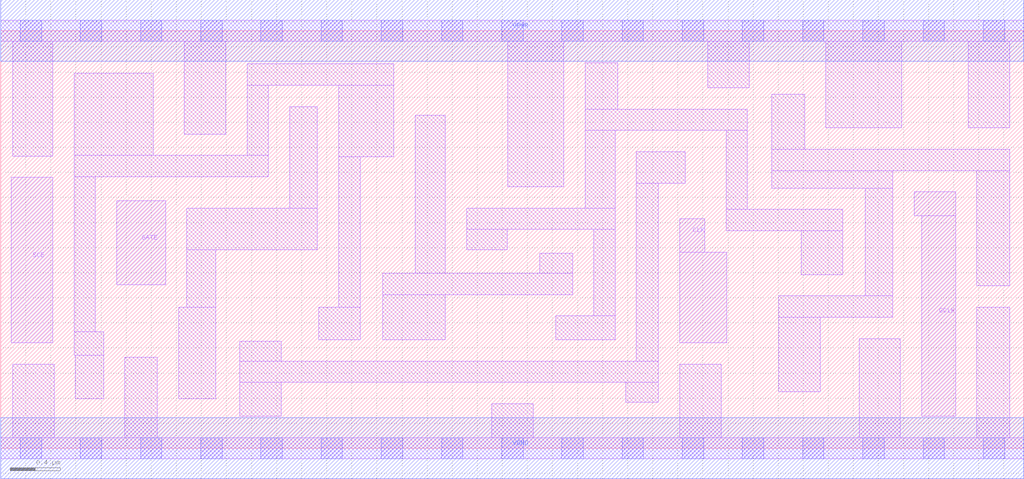
<source format=lef>
# Copyright 2020 The SkyWater PDK Authors
#
# Licensed under the Apache License, Version 2.0 (the "License");
# you may not use this file except in compliance with the License.
# You may obtain a copy of the License at
#
#     https://www.apache.org/licenses/LICENSE-2.0
#
# Unless required by applicable law or agreed to in writing, software
# distributed under the License is distributed on an "AS IS" BASIS,
# WITHOUT WARRANTIES OR CONDITIONS OF ANY KIND, either express or implied.
# See the License for the specific language governing permissions and
# limitations under the License.
#
# SPDX-License-Identifier: Apache-2.0

VERSION 5.7 ;
  NAMESCASESENSITIVE ON ;
  NOWIREEXTENSIONATPIN ON ;
  DIVIDERCHAR "/" ;
  BUSBITCHARS "[]" ;
UNITS
  DATABASE MICRONS 200 ;
END UNITS
MACRO sky130_fd_sc_lp__sdlclkp_2
  CLASS CORE ;
  SOURCE USER ;
  FOREIGN sky130_fd_sc_lp__sdlclkp_2 ;
  ORIGIN  0.000000  0.000000 ;
  SIZE  8.160000 BY  3.330000 ;
  SYMMETRY X Y R90 ;
  SITE unit ;
  PIN GATE
    ANTENNAGATEAREA  0.159000 ;
    DIRECTION INPUT ;
    USE SIGNAL ;
    PORT
      LAYER li1 ;
        RECT 0.925000 1.305000 1.315000 1.975000 ;
    END
  END GATE
  PIN GCLK
    ANTENNADIFFAREA  0.588000 ;
    DIRECTION OUTPUT ;
    USE SIGNAL ;
    PORT
      LAYER li1 ;
        RECT 7.285000 1.855000 7.615000 2.045000 ;
        RECT 7.345000 0.255000 7.615000 1.855000 ;
    END
  END GCLK
  PIN SCE
    ANTENNAGATEAREA  0.159000 ;
    DIRECTION INPUT ;
    USE SIGNAL ;
    PORT
      LAYER li1 ;
        RECT 0.085000 0.840000 0.415000 2.160000 ;
    END
  END SCE
  PIN CLK
    ANTENNAGATEAREA  0.318000 ;
    DIRECTION INPUT ;
    USE CLOCK ;
    PORT
      LAYER li1 ;
        RECT 5.415000 0.840000 5.790000 1.565000 ;
        RECT 5.415000 1.565000 5.615000 1.830000 ;
    END
  END CLK
  PIN VGND
    DIRECTION INOUT ;
    USE GROUND ;
    PORT
      LAYER met1 ;
        RECT 0.000000 -0.245000 8.160000 0.245000 ;
    END
  END VGND
  PIN VPWR
    DIRECTION INOUT ;
    USE POWER ;
    PORT
      LAYER met1 ;
        RECT 0.000000 3.085000 8.160000 3.575000 ;
    END
  END VPWR
  OBS
    LAYER li1 ;
      RECT 0.000000 -0.085000 8.160000 0.085000 ;
      RECT 0.000000  3.245000 8.160000 3.415000 ;
      RECT 0.095000  0.085000 0.425000 0.670000 ;
      RECT 0.095000  2.330000 0.415000 3.245000 ;
      RECT 0.585000  0.740000 0.820000 0.930000 ;
      RECT 0.585000  0.930000 0.755000 2.165000 ;
      RECT 0.585000  2.165000 2.135000 2.335000 ;
      RECT 0.585000  2.335000 1.215000 2.990000 ;
      RECT 0.595000  0.395000 0.820000 0.740000 ;
      RECT 0.990000  0.085000 1.250000 0.725000 ;
      RECT 1.420000  0.395000 1.715000 1.125000 ;
      RECT 1.465000  2.505000 1.795000 3.245000 ;
      RECT 1.485000  1.125000 1.715000 1.585000 ;
      RECT 1.485000  1.585000 2.525000 1.915000 ;
      RECT 1.905000  0.255000 2.235000 0.525000 ;
      RECT 1.905000  0.525000 5.245000 0.695000 ;
      RECT 1.905000  0.695000 2.235000 0.855000 ;
      RECT 1.965000  2.335000 2.135000 2.895000 ;
      RECT 1.965000  2.895000 3.135000 3.065000 ;
      RECT 2.305000  1.915000 2.525000 2.725000 ;
      RECT 2.535000  0.865000 2.865000 1.125000 ;
      RECT 2.695000  1.125000 2.865000 2.325000 ;
      RECT 2.695000  2.325000 3.135000 2.895000 ;
      RECT 3.045000  0.865000 3.545000 1.225000 ;
      RECT 3.045000  1.225000 4.560000 1.395000 ;
      RECT 3.305000  1.395000 3.545000 2.655000 ;
      RECT 3.715000  1.585000 4.040000 1.745000 ;
      RECT 3.715000  1.745000 4.900000 1.915000 ;
      RECT 3.915000  0.085000 4.245000 0.355000 ;
      RECT 4.045000  2.085000 4.490000 3.245000 ;
      RECT 4.300000  1.395000 4.560000 1.555000 ;
      RECT 4.425000  0.865000 4.900000 1.055000 ;
      RECT 4.660000  1.915000 4.900000 2.535000 ;
      RECT 4.660000  2.535000 5.955000 2.705000 ;
      RECT 4.660000  2.705000 4.920000 3.075000 ;
      RECT 4.730000  1.055000 4.900000 1.745000 ;
      RECT 4.985000  0.365000 5.245000 0.525000 ;
      RECT 5.070000  0.695000 5.245000 2.115000 ;
      RECT 5.070000  2.115000 5.460000 2.365000 ;
      RECT 5.415000  0.085000 5.745000 0.670000 ;
      RECT 5.640000  2.875000 5.970000 3.245000 ;
      RECT 5.785000  1.735000 6.715000 1.905000 ;
      RECT 5.785000  1.905000 5.955000 2.535000 ;
      RECT 6.150000  2.075000 7.115000 2.215000 ;
      RECT 6.150000  2.215000 8.045000 2.385000 ;
      RECT 6.150000  2.385000 6.410000 2.825000 ;
      RECT 6.205000  0.450000 6.535000 1.045000 ;
      RECT 6.205000  1.045000 7.115000 1.215000 ;
      RECT 6.385000  1.385000 6.715000 1.735000 ;
      RECT 6.580000  2.555000 7.185000 3.245000 ;
      RECT 6.845000  0.085000 7.175000 0.875000 ;
      RECT 6.895000  1.215000 7.115000 2.075000 ;
      RECT 7.715000  2.555000 8.045000 3.245000 ;
      RECT 7.785000  0.085000 8.045000 1.125000 ;
      RECT 7.785000  1.295000 8.045000 2.215000 ;
    LAYER mcon ;
      RECT 0.155000 -0.085000 0.325000 0.085000 ;
      RECT 0.155000  3.245000 0.325000 3.415000 ;
      RECT 0.635000 -0.085000 0.805000 0.085000 ;
      RECT 0.635000  3.245000 0.805000 3.415000 ;
      RECT 1.115000 -0.085000 1.285000 0.085000 ;
      RECT 1.115000  3.245000 1.285000 3.415000 ;
      RECT 1.595000 -0.085000 1.765000 0.085000 ;
      RECT 1.595000  3.245000 1.765000 3.415000 ;
      RECT 2.075000 -0.085000 2.245000 0.085000 ;
      RECT 2.075000  3.245000 2.245000 3.415000 ;
      RECT 2.555000 -0.085000 2.725000 0.085000 ;
      RECT 2.555000  3.245000 2.725000 3.415000 ;
      RECT 3.035000 -0.085000 3.205000 0.085000 ;
      RECT 3.035000  3.245000 3.205000 3.415000 ;
      RECT 3.515000 -0.085000 3.685000 0.085000 ;
      RECT 3.515000  3.245000 3.685000 3.415000 ;
      RECT 3.995000 -0.085000 4.165000 0.085000 ;
      RECT 3.995000  3.245000 4.165000 3.415000 ;
      RECT 4.475000 -0.085000 4.645000 0.085000 ;
      RECT 4.475000  3.245000 4.645000 3.415000 ;
      RECT 4.955000 -0.085000 5.125000 0.085000 ;
      RECT 4.955000  3.245000 5.125000 3.415000 ;
      RECT 5.435000 -0.085000 5.605000 0.085000 ;
      RECT 5.435000  3.245000 5.605000 3.415000 ;
      RECT 5.915000 -0.085000 6.085000 0.085000 ;
      RECT 5.915000  3.245000 6.085000 3.415000 ;
      RECT 6.395000 -0.085000 6.565000 0.085000 ;
      RECT 6.395000  3.245000 6.565000 3.415000 ;
      RECT 6.875000 -0.085000 7.045000 0.085000 ;
      RECT 6.875000  3.245000 7.045000 3.415000 ;
      RECT 7.355000 -0.085000 7.525000 0.085000 ;
      RECT 7.355000  3.245000 7.525000 3.415000 ;
      RECT 7.835000 -0.085000 8.005000 0.085000 ;
      RECT 7.835000  3.245000 8.005000 3.415000 ;
  END
END sky130_fd_sc_lp__sdlclkp_2
END LIBRARY

</source>
